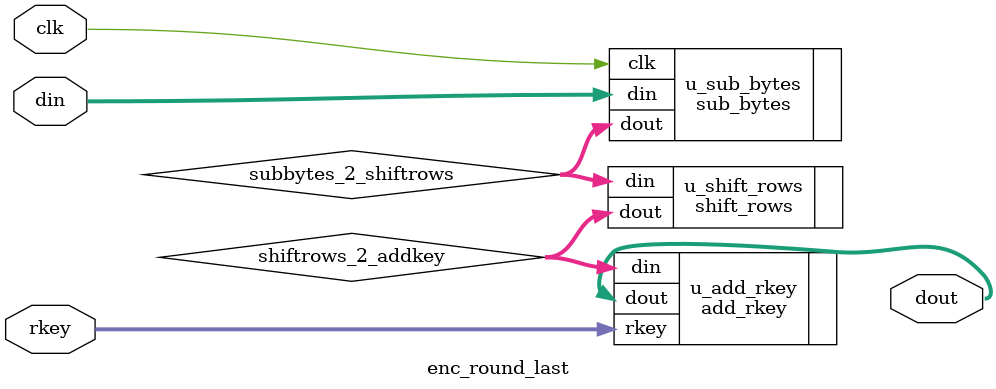
<source format=v>

module enc_round_last
  (
   input          clk,
   input  [127:0] rkey,
   input  [127:0] din,
   output [127:0] dout
   );

   wire [127:0]       subbytes_2_shiftrows;
   wire [127:0]       shiftrows_2_addkey;
   
   sub_bytes
     u_sub_bytes
       (.clk  (clk),
        .din  (din),
        .dout (subbytes_2_shiftrows));

   shift_rows
     u_shift_rows
       (.din  (subbytes_2_shiftrows),
        .dout (shiftrows_2_addkey));

   add_rkey
     u_add_rkey
       (.rkey (rkey),
        .din  (shiftrows_2_addkey),
        .dout (dout));
  
   
endmodule


</source>
